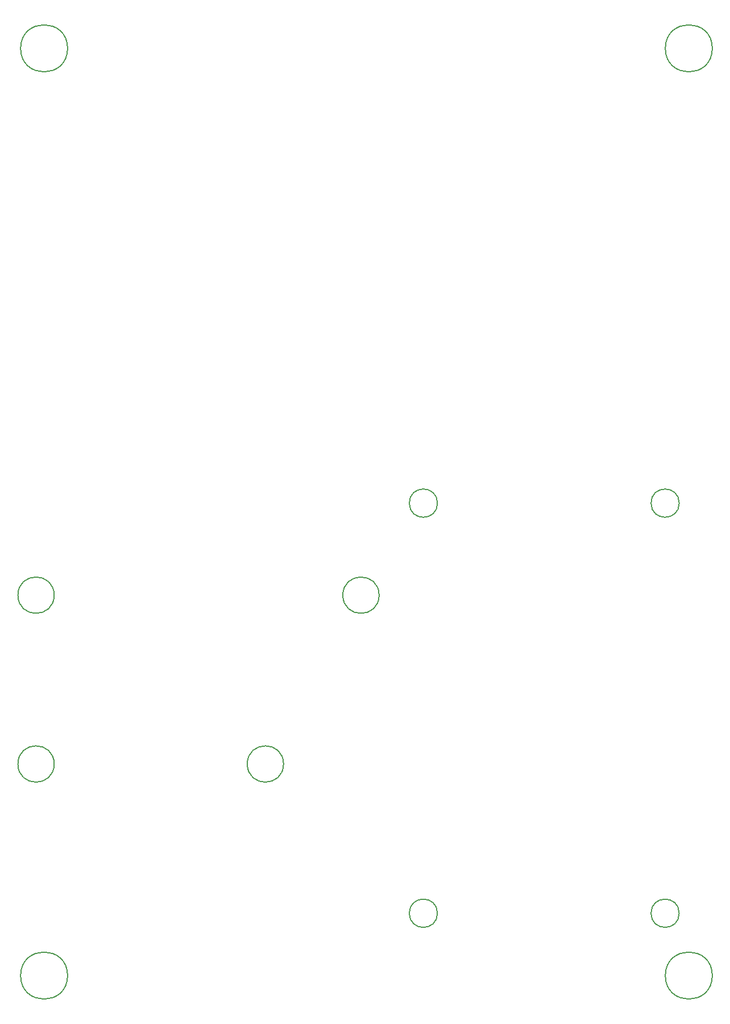
<source format=gbr>
%TF.GenerationSoftware,KiCad,Pcbnew,7.0.1*%
%TF.CreationDate,2023-04-26T11:30:26-04:00*%
%TF.ProjectId,UPenn_OpAmp,5550656e-6e5f-44f7-9041-6d702e6b6963,rev?*%
%TF.SameCoordinates,Original*%
%TF.FileFunction,Other,Comment*%
%FSLAX46Y46*%
G04 Gerber Fmt 4.6, Leading zero omitted, Abs format (unit mm)*
G04 Created by KiCad (PCBNEW 7.0.1) date 2023-04-26 11:30:26*
%MOMM*%
%LPD*%
G01*
G04 APERTURE LIST*
%ADD10C,0.150000*%
G04 APERTURE END LIST*
D10*
%TO.C,H2*%
X61321000Y-31861000D02*
G75*
G03*
X61321000Y-31861000I-3500000J0D01*
G01*
%TO.C,H1*%
X157333000Y-31861000D02*
G75*
G03*
X157333000Y-31861000I-3500000J0D01*
G01*
%TO.C,REF2*%
X93478000Y-138310000D02*
G75*
G03*
X93478000Y-138310000I-2700000J0D01*
G01*
%TO.C,REF4*%
X107708000Y-113200000D02*
G75*
G03*
X107708000Y-113200000I-2700000J0D01*
G01*
%TO.C,H6*%
X152400000Y-99510000D02*
G75*
G03*
X152400000Y-99510000I-2100000J0D01*
G01*
%TO.C,REF1*%
X59318000Y-138310000D02*
G75*
G03*
X59318000Y-138310000I-2700000J0D01*
G01*
%TO.C,H8*%
X116400000Y-160510000D02*
G75*
G03*
X116400000Y-160510000I-2100000J0D01*
G01*
%TO.C,H3*%
X61321000Y-169783000D02*
G75*
G03*
X61321000Y-169783000I-3500000J0D01*
G01*
%TO.C,H4*%
X157333000Y-169783000D02*
G75*
G03*
X157333000Y-169783000I-3500000J0D01*
G01*
%TO.C,H5*%
X152400000Y-160510000D02*
G75*
G03*
X152400000Y-160510000I-2100000J0D01*
G01*
%TO.C,H7*%
X116400000Y-99510000D02*
G75*
G03*
X116400000Y-99510000I-2100000J0D01*
G01*
%TO.C,REF3*%
X59318000Y-113200000D02*
G75*
G03*
X59318000Y-113200000I-2700000J0D01*
G01*
%TD*%
M02*

</source>
